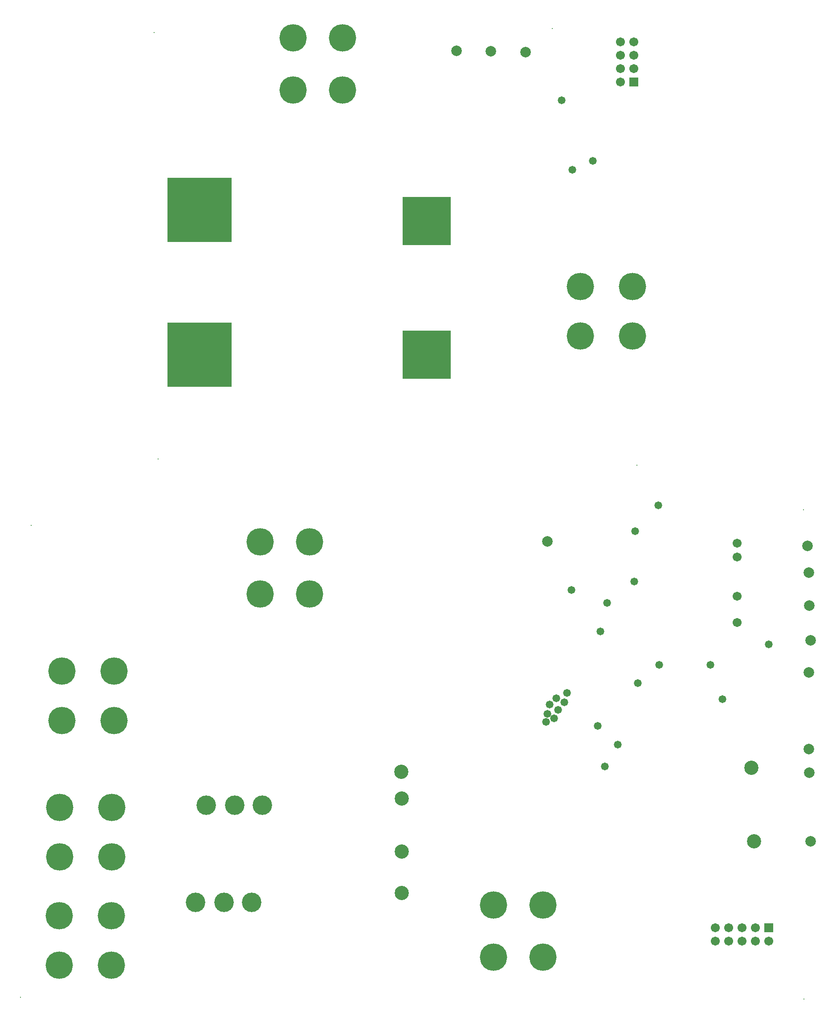
<source format=gbs>
%FSLAX25Y25*%
%MOIN*%
%SFA1B1*%

%IPPOS*%
%ADD75C,0.008000*%
%ADD76C,0.204850*%
%ADD77C,0.078870*%
%ADD78R,0.067060X0.067060*%
%ADD79C,0.067060*%
%ADD80R,0.362330X0.362330*%
%ADD81R,0.480440X0.480440*%
%ADD82C,0.058000*%
%ADD83C,0.106420*%
%ADD84C,0.145790*%
%ADD85R,0.067060X0.067060*%
%LNcombined-1*%
%LPD*%
G54D75*
X573361Y517988D03*
X510000Y844500D03*
X215000Y522500D03*
X212000Y841500D03*
X698500Y118500D03*
X112000Y120000D03*
X120000Y473000D03*
X698000Y484500D03*
G54D76*
X353000Y798500D03*
X316000D03*
Y837500D03*
X353000D03*
X570000Y651500D03*
Y614500D03*
X531000D03*
Y651500D03*
X328500Y421500D03*
X291500D03*
Y460500D03*
X328500D03*
X143000Y327000D03*
Y364000D03*
X182000D03*
Y327000D03*
X180500Y262000D03*
Y225000D03*
X141500D03*
Y262000D03*
X180000Y181000D03*
Y144000D03*
X141000D03*
Y181000D03*
X503000Y150000D03*
X466000D03*
Y189000D03*
X503000D03*
G54D77*
X438500Y828000D03*
X464000Y827500D03*
X490000Y827000D03*
X701000Y457500D03*
X702000Y437500D03*
X702500Y413000D03*
X702000Y363000D03*
Y305500D03*
X703500Y236500D03*
X702500Y288000D03*
X703500Y387000D03*
X506500Y461000D03*
G54D78*
X571000Y804500D03*
G54D79*
X561000Y804500D03*
X571000Y814500D03*
X561000D03*
X571000Y824500D03*
X561000D03*
X571000Y834500D03*
X561000D03*
X648343Y459386D03*
Y449346D03*
Y420016D03*
Y400035D03*
X672000Y162000D03*
X662000Y172000D03*
Y162000D03*
X652000Y172000D03*
Y162000D03*
X642000Y172000D03*
Y162000D03*
X632000Y172000D03*
Y162000D03*
G54D80*
X416079Y700500D03*
Y600500D03*
G54D81*
X246000Y708925D03*
Y600500D03*
G54D82*
X540500Y745500D03*
X525000Y739000D03*
X517000Y791000D03*
X505500Y326000D03*
X511500Y328500D03*
X514500Y335000D03*
X519000Y340500D03*
X513000Y343500D03*
X508000Y339000D03*
X506500Y332000D03*
X589500Y488000D03*
X551000Y415000D03*
X637500Y343000D03*
X672000Y384000D03*
X571500Y431000D03*
X544000Y323000D03*
X574000Y355000D03*
X549362Y292362D03*
X559000Y309000D03*
X590000Y368500D03*
X628500D03*
X546000Y393500D03*
X524500Y424500D03*
X571980Y468480D03*
X520890Y347610D03*
G54D83*
X397500Y198000D03*
Y228709D03*
Y268472D03*
X397106Y288551D03*
X661000Y236500D03*
X659000Y291618D03*
G54D84*
X243150Y191000D03*
X264213D03*
X285000D03*
X251150Y263500D03*
X272213D03*
X293000D03*
G54D85*
X672000Y172000D03*
M02*
</source>
